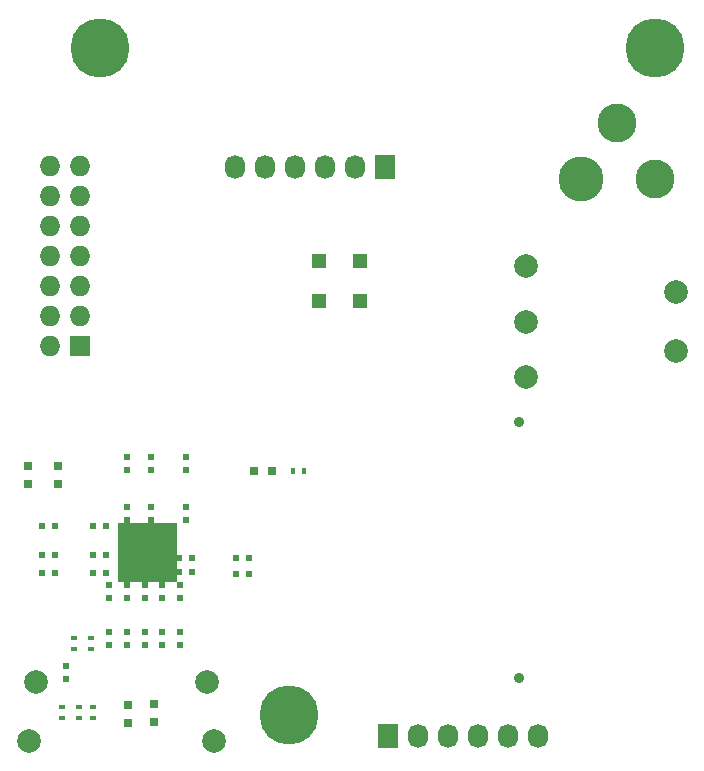
<source format=gbr>
G04 #@! TF.FileFunction,Soldermask,Bot*
%FSLAX46Y46*%
G04 Gerber Fmt 4.6, Leading zero omitted, Abs format (unit mm)*
G04 Created by KiCad (PCBNEW (2015-04-17 BZR 5609)-product) date Fri 01 Apr 2016 01:29:41 PM CDT*
%MOMM*%
G01*
G04 APERTURE LIST*
%ADD10C,0.100000*%
%ADD11C,0.900000*%
%ADD12C,2.000000*%
%ADD13R,0.500000X0.600000*%
%ADD14R,0.600000X0.500000*%
%ADD15R,0.800000X0.750000*%
%ADD16R,0.750000X0.800000*%
%ADD17R,0.400000X0.600000*%
%ADD18R,0.600000X0.400000*%
%ADD19R,1.727200X1.727200*%
%ADD20O,1.727200X1.727200*%
%ADD21C,5.000000*%
%ADD22R,1.150000X1.150000*%
%ADD23C,3.800000*%
%ADD24C,3.300000*%
%ADD25R,1.660000X1.660000*%
%ADD26R,1.727200X2.032000*%
%ADD27O,1.727200X2.032000*%
G04 APERTURE END LIST*
D10*
D11*
X89291998Y-120345010D03*
X89291998Y-98655010D03*
D12*
X47742400Y-125687200D03*
X63442400Y-125687200D03*
X48342400Y-120737200D03*
X62842400Y-120737200D03*
D13*
X61080000Y-102777380D03*
X61080000Y-101677380D03*
X56080000Y-116450000D03*
X56080000Y-117550000D03*
X56080000Y-102777380D03*
X56080000Y-101677380D03*
X57585000Y-116450000D03*
X57585000Y-117550000D03*
D14*
X61550000Y-111424720D03*
X60450000Y-111424720D03*
D13*
X59080000Y-116450000D03*
X59080000Y-117550000D03*
X61080000Y-105879720D03*
X61080000Y-106979720D03*
X56080000Y-113580000D03*
X56080000Y-112480000D03*
X56080000Y-105879720D03*
X56080000Y-106979720D03*
X57585000Y-113580000D03*
X57585000Y-112480000D03*
D14*
X65310000Y-111521240D03*
X66410000Y-111521240D03*
D13*
X59080000Y-113580000D03*
X59080000Y-112480000D03*
X54580000Y-116450000D03*
X54580000Y-117550000D03*
D14*
X50019040Y-111467600D03*
X48919040Y-111467600D03*
X50019040Y-109967600D03*
X48919040Y-109967600D03*
D13*
X60580000Y-116450000D03*
X60580000Y-117550000D03*
D14*
X50019040Y-107467600D03*
X48919040Y-107467600D03*
X53194240Y-109967600D03*
X54294240Y-109967600D03*
D13*
X54580000Y-113580000D03*
X54580000Y-112480000D03*
X58080000Y-102777380D03*
X58080000Y-101677380D03*
X60580000Y-113580000D03*
X60580000Y-112480000D03*
D14*
X65310000Y-110220000D03*
X66410000Y-110220000D03*
X53194240Y-111467600D03*
X54294240Y-111467600D03*
X53194240Y-107467600D03*
X54294240Y-107467600D03*
D13*
X58090000Y-105879720D03*
X58090000Y-106979720D03*
D14*
X61550000Y-110220000D03*
X60450000Y-110220000D03*
D15*
X68357180Y-102880160D03*
X66857180Y-102880160D03*
D16*
X58348880Y-124089860D03*
X58348880Y-122589860D03*
X56151780Y-124143200D03*
X56151780Y-122643200D03*
X50215800Y-102450200D03*
X50215800Y-103950200D03*
X47701200Y-102450200D03*
X47701200Y-103950200D03*
D17*
X70162000Y-102870000D03*
X71062000Y-102870000D03*
D18*
X53182900Y-123756080D03*
X53182900Y-122856080D03*
X51968780Y-123748460D03*
X51968780Y-122848460D03*
X50579400Y-123756080D03*
X50579400Y-122856080D03*
X51562000Y-116991980D03*
X51562000Y-117891980D03*
X53065680Y-116999600D03*
X53065680Y-117899600D03*
D13*
X50921920Y-120478640D03*
X50921920Y-119378640D03*
D19*
X52110640Y-92290900D03*
D20*
X49570640Y-92290900D03*
X52110640Y-89750900D03*
X49570640Y-89750900D03*
X52110640Y-87210900D03*
X49570640Y-87210900D03*
X52110640Y-84670900D03*
X49570640Y-84670900D03*
X52110640Y-82130900D03*
X49570640Y-82130900D03*
X52110640Y-79590900D03*
X49570640Y-79590900D03*
X52110640Y-77050900D03*
X49570640Y-77050900D03*
D21*
X53797200Y-67005200D03*
X69800013Y-123500007D03*
X100787200Y-67005200D03*
D22*
X75768280Y-85030800D03*
X72318280Y-85030800D03*
X75768280Y-88480800D03*
X72318280Y-88480800D03*
D23*
X94540200Y-78143100D03*
D24*
X100790200Y-78143100D03*
X97540200Y-73343100D03*
D12*
X89834720Y-90192420D03*
X89834720Y-94892420D03*
X89834720Y-85492420D03*
X102534720Y-87688420D03*
X102534720Y-92696420D03*
D25*
X56170000Y-111377600D03*
X56170000Y-109717600D03*
X56170000Y-108057600D03*
X57830000Y-108057600D03*
X57830000Y-109717600D03*
X57830000Y-111377600D03*
X59490000Y-108057600D03*
X59490000Y-109717600D03*
X59490000Y-111377600D03*
D26*
X78180000Y-125260000D03*
D27*
X80720000Y-125260000D03*
X83260000Y-125260000D03*
X85800000Y-125260000D03*
X88340000Y-125260000D03*
X90880000Y-125260000D03*
D26*
X77876400Y-77063600D03*
D27*
X75336400Y-77063600D03*
X72796400Y-77063600D03*
X70256400Y-77063600D03*
X67716400Y-77063600D03*
X65176400Y-77063600D03*
M02*

</source>
